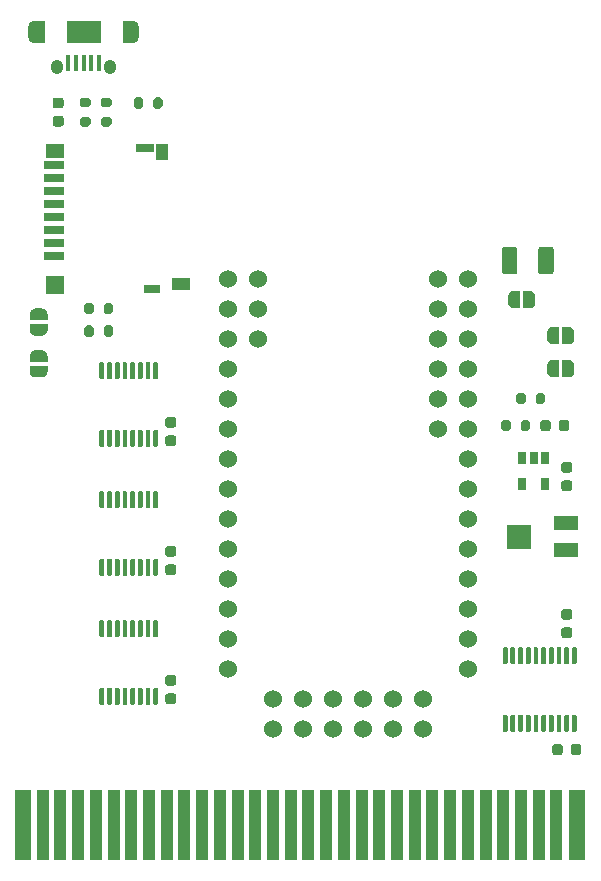
<source format=gts>
G04 #@! TF.GenerationSoftware,KiCad,Pcbnew,(5.1.10)-1*
G04 #@! TF.CreationDate,2022-09-08T14:44:36+02:00*
G04 #@! TF.ProjectId,gbCartridge,67624361-7274-4726-9964-67652e6b6963,rev?*
G04 #@! TF.SameCoordinates,Original*
G04 #@! TF.FileFunction,Soldermask,Top*
G04 #@! TF.FilePolarity,Negative*
%FSLAX46Y46*%
G04 Gerber Fmt 4.6, Leading zero omitted, Abs format (unit mm)*
G04 Created by KiCad (PCBNEW (5.1.10)-1) date 2022-09-08 14:44:36*
%MOMM*%
%LPD*%
G01*
G04 APERTURE LIST*
%ADD10C,0.100000*%
%ADD11R,0.650000X1.060000*%
%ADD12R,2.000000X1.300000*%
%ADD13R,2.000000X2.000000*%
%ADD14R,1.550000X1.000000*%
%ADD15R,1.500000X1.500000*%
%ADD16R,1.750000X0.700000*%
%ADD17R,1.400000X0.800000*%
%ADD18R,1.000000X1.450000*%
%ADD19R,1.500000X0.800000*%
%ADD20R,1.500000X1.300000*%
%ADD21C,1.524000*%
%ADD22R,0.875000X1.900000*%
%ADD23R,2.900000X1.900000*%
%ADD24R,0.400000X1.350000*%
%ADD25O,1.000000X1.900000*%
%ADD26O,1.050000X1.250000*%
%ADD27R,1.400000X6.000000*%
%ADD28R,1.000000X6.000000*%
G04 APERTURE END LIST*
G36*
G01*
X90555000Y-105100000D02*
X91055000Y-105100000D01*
G75*
G02*
X91280000Y-105325000I0J-225000D01*
G01*
X91280000Y-105775000D01*
G75*
G02*
X91055000Y-106000000I-225000J0D01*
G01*
X90555000Y-106000000D01*
G75*
G02*
X90330000Y-105775000I0J225000D01*
G01*
X90330000Y-105325000D01*
G75*
G02*
X90555000Y-105100000I225000J0D01*
G01*
G37*
G36*
G01*
X90555000Y-103550000D02*
X91055000Y-103550000D01*
G75*
G02*
X91280000Y-103775000I0J-225000D01*
G01*
X91280000Y-104225000D01*
G75*
G02*
X91055000Y-104450000I-225000J0D01*
G01*
X90555000Y-104450000D01*
G75*
G02*
X90330000Y-104225000I0J225000D01*
G01*
X90330000Y-103775000D01*
G75*
G02*
X90555000Y-103550000I225000J0D01*
G01*
G37*
G36*
G01*
X94659000Y-123592000D02*
X94659000Y-123042000D01*
G75*
G02*
X94859000Y-122842000I200000J0D01*
G01*
X95259000Y-122842000D01*
G75*
G02*
X95459000Y-123042000I0J-200000D01*
G01*
X95459000Y-123592000D01*
G75*
G02*
X95259000Y-123792000I-200000J0D01*
G01*
X94859000Y-123792000D01*
G75*
G02*
X94659000Y-123592000I0J200000D01*
G01*
G37*
G36*
G01*
X93009000Y-123592000D02*
X93009000Y-123042000D01*
G75*
G02*
X93209000Y-122842000I200000J0D01*
G01*
X93609000Y-122842000D01*
G75*
G02*
X93809000Y-123042000I0J-200000D01*
G01*
X93809000Y-123592000D01*
G75*
G02*
X93609000Y-123792000I-200000J0D01*
G01*
X93209000Y-123792000D01*
G75*
G02*
X93009000Y-123592000I0J200000D01*
G01*
G37*
G36*
G01*
X94659000Y-121687000D02*
X94659000Y-121137000D01*
G75*
G02*
X94859000Y-120937000I200000J0D01*
G01*
X95259000Y-120937000D01*
G75*
G02*
X95459000Y-121137000I0J-200000D01*
G01*
X95459000Y-121687000D01*
G75*
G02*
X95259000Y-121887000I-200000J0D01*
G01*
X94859000Y-121887000D01*
G75*
G02*
X94659000Y-121687000I0J200000D01*
G01*
G37*
G36*
G01*
X93009000Y-121687000D02*
X93009000Y-121137000D01*
G75*
G02*
X93209000Y-120937000I200000J0D01*
G01*
X93609000Y-120937000D01*
G75*
G02*
X93809000Y-121137000I0J-200000D01*
G01*
X93809000Y-121687000D01*
G75*
G02*
X93609000Y-121887000I-200000J0D01*
G01*
X93209000Y-121887000D01*
G75*
G02*
X93009000Y-121687000I0J200000D01*
G01*
G37*
D10*
G36*
X89903398Y-126746000D02*
G01*
X89903398Y-126770534D01*
X89898588Y-126819365D01*
X89889016Y-126867490D01*
X89874772Y-126914445D01*
X89855995Y-126959778D01*
X89832864Y-127003051D01*
X89805604Y-127043850D01*
X89774476Y-127081779D01*
X89739779Y-127116476D01*
X89701850Y-127147604D01*
X89661051Y-127174864D01*
X89617778Y-127197995D01*
X89572445Y-127216772D01*
X89525490Y-127231016D01*
X89477365Y-127240588D01*
X89428534Y-127245398D01*
X89404000Y-127245398D01*
X89404000Y-127246000D01*
X88904000Y-127246000D01*
X88904000Y-127245398D01*
X88879466Y-127245398D01*
X88830635Y-127240588D01*
X88782510Y-127231016D01*
X88735555Y-127216772D01*
X88690222Y-127197995D01*
X88646949Y-127174864D01*
X88606150Y-127147604D01*
X88568221Y-127116476D01*
X88533524Y-127081779D01*
X88502396Y-127043850D01*
X88475136Y-127003051D01*
X88452005Y-126959778D01*
X88433228Y-126914445D01*
X88418984Y-126867490D01*
X88409412Y-126819365D01*
X88404602Y-126770534D01*
X88404602Y-126746000D01*
X88404000Y-126746000D01*
X88404000Y-126246000D01*
X89904000Y-126246000D01*
X89904000Y-126746000D01*
X89903398Y-126746000D01*
G37*
G36*
X88404000Y-125946000D02*
G01*
X88404000Y-125446000D01*
X88404602Y-125446000D01*
X88404602Y-125421466D01*
X88409412Y-125372635D01*
X88418984Y-125324510D01*
X88433228Y-125277555D01*
X88452005Y-125232222D01*
X88475136Y-125188949D01*
X88502396Y-125148150D01*
X88533524Y-125110221D01*
X88568221Y-125075524D01*
X88606150Y-125044396D01*
X88646949Y-125017136D01*
X88690222Y-124994005D01*
X88735555Y-124975228D01*
X88782510Y-124960984D01*
X88830635Y-124951412D01*
X88879466Y-124946602D01*
X88904000Y-124946602D01*
X88904000Y-124946000D01*
X89404000Y-124946000D01*
X89404000Y-124946602D01*
X89428534Y-124946602D01*
X89477365Y-124951412D01*
X89525490Y-124960984D01*
X89572445Y-124975228D01*
X89617778Y-124994005D01*
X89661051Y-125017136D01*
X89701850Y-125044396D01*
X89739779Y-125075524D01*
X89774476Y-125110221D01*
X89805604Y-125148150D01*
X89832864Y-125188949D01*
X89855995Y-125232222D01*
X89874772Y-125277555D01*
X89889016Y-125324510D01*
X89898588Y-125372635D01*
X89903398Y-125421466D01*
X89903398Y-125446000D01*
X89904000Y-125446000D01*
X89904000Y-125946000D01*
X88404000Y-125946000D01*
G37*
G36*
X89903398Y-123205000D02*
G01*
X89903398Y-123229534D01*
X89898588Y-123278365D01*
X89889016Y-123326490D01*
X89874772Y-123373445D01*
X89855995Y-123418778D01*
X89832864Y-123462051D01*
X89805604Y-123502850D01*
X89774476Y-123540779D01*
X89739779Y-123575476D01*
X89701850Y-123606604D01*
X89661051Y-123633864D01*
X89617778Y-123656995D01*
X89572445Y-123675772D01*
X89525490Y-123690016D01*
X89477365Y-123699588D01*
X89428534Y-123704398D01*
X89404000Y-123704398D01*
X89404000Y-123705000D01*
X88904000Y-123705000D01*
X88904000Y-123704398D01*
X88879466Y-123704398D01*
X88830635Y-123699588D01*
X88782510Y-123690016D01*
X88735555Y-123675772D01*
X88690222Y-123656995D01*
X88646949Y-123633864D01*
X88606150Y-123606604D01*
X88568221Y-123575476D01*
X88533524Y-123540779D01*
X88502396Y-123502850D01*
X88475136Y-123462051D01*
X88452005Y-123418778D01*
X88433228Y-123373445D01*
X88418984Y-123326490D01*
X88409412Y-123278365D01*
X88404602Y-123229534D01*
X88404602Y-123205000D01*
X88404000Y-123205000D01*
X88404000Y-122705000D01*
X89904000Y-122705000D01*
X89904000Y-123205000D01*
X89903398Y-123205000D01*
G37*
G36*
X88404000Y-122405000D02*
G01*
X88404000Y-121905000D01*
X88404602Y-121905000D01*
X88404602Y-121880466D01*
X88409412Y-121831635D01*
X88418984Y-121783510D01*
X88433228Y-121736555D01*
X88452005Y-121691222D01*
X88475136Y-121647949D01*
X88502396Y-121607150D01*
X88533524Y-121569221D01*
X88568221Y-121534524D01*
X88606150Y-121503396D01*
X88646949Y-121476136D01*
X88690222Y-121453005D01*
X88735555Y-121434228D01*
X88782510Y-121419984D01*
X88830635Y-121410412D01*
X88879466Y-121405602D01*
X88904000Y-121405602D01*
X88904000Y-121405000D01*
X89404000Y-121405000D01*
X89404000Y-121405602D01*
X89428534Y-121405602D01*
X89477365Y-121410412D01*
X89525490Y-121419984D01*
X89572445Y-121434228D01*
X89617778Y-121453005D01*
X89661051Y-121476136D01*
X89701850Y-121503396D01*
X89739779Y-121534524D01*
X89774476Y-121569221D01*
X89805604Y-121607150D01*
X89832864Y-121647949D01*
X89855995Y-121691222D01*
X89874772Y-121736555D01*
X89889016Y-121783510D01*
X89898588Y-121831635D01*
X89903398Y-121880466D01*
X89903398Y-121905000D01*
X89904000Y-121905000D01*
X89904000Y-122405000D01*
X88404000Y-122405000D01*
G37*
G36*
G01*
X98949000Y-142587000D02*
X99149000Y-142587000D01*
G75*
G02*
X99249000Y-142687000I0J-100000D01*
G01*
X99249000Y-143962000D01*
G75*
G02*
X99149000Y-144062000I-100000J0D01*
G01*
X98949000Y-144062000D01*
G75*
G02*
X98849000Y-143962000I0J100000D01*
G01*
X98849000Y-142687000D01*
G75*
G02*
X98949000Y-142587000I100000J0D01*
G01*
G37*
G36*
G01*
X98299000Y-142587000D02*
X98499000Y-142587000D01*
G75*
G02*
X98599000Y-142687000I0J-100000D01*
G01*
X98599000Y-143962000D01*
G75*
G02*
X98499000Y-144062000I-100000J0D01*
G01*
X98299000Y-144062000D01*
G75*
G02*
X98199000Y-143962000I0J100000D01*
G01*
X98199000Y-142687000D01*
G75*
G02*
X98299000Y-142587000I100000J0D01*
G01*
G37*
G36*
G01*
X97649000Y-142587000D02*
X97849000Y-142587000D01*
G75*
G02*
X97949000Y-142687000I0J-100000D01*
G01*
X97949000Y-143962000D01*
G75*
G02*
X97849000Y-144062000I-100000J0D01*
G01*
X97649000Y-144062000D01*
G75*
G02*
X97549000Y-143962000I0J100000D01*
G01*
X97549000Y-142687000D01*
G75*
G02*
X97649000Y-142587000I100000J0D01*
G01*
G37*
G36*
G01*
X96999000Y-142587000D02*
X97199000Y-142587000D01*
G75*
G02*
X97299000Y-142687000I0J-100000D01*
G01*
X97299000Y-143962000D01*
G75*
G02*
X97199000Y-144062000I-100000J0D01*
G01*
X96999000Y-144062000D01*
G75*
G02*
X96899000Y-143962000I0J100000D01*
G01*
X96899000Y-142687000D01*
G75*
G02*
X96999000Y-142587000I100000J0D01*
G01*
G37*
G36*
G01*
X96349000Y-142587000D02*
X96549000Y-142587000D01*
G75*
G02*
X96649000Y-142687000I0J-100000D01*
G01*
X96649000Y-143962000D01*
G75*
G02*
X96549000Y-144062000I-100000J0D01*
G01*
X96349000Y-144062000D01*
G75*
G02*
X96249000Y-143962000I0J100000D01*
G01*
X96249000Y-142687000D01*
G75*
G02*
X96349000Y-142587000I100000J0D01*
G01*
G37*
G36*
G01*
X95699000Y-142587000D02*
X95899000Y-142587000D01*
G75*
G02*
X95999000Y-142687000I0J-100000D01*
G01*
X95999000Y-143962000D01*
G75*
G02*
X95899000Y-144062000I-100000J0D01*
G01*
X95699000Y-144062000D01*
G75*
G02*
X95599000Y-143962000I0J100000D01*
G01*
X95599000Y-142687000D01*
G75*
G02*
X95699000Y-142587000I100000J0D01*
G01*
G37*
G36*
G01*
X95049000Y-142587000D02*
X95249000Y-142587000D01*
G75*
G02*
X95349000Y-142687000I0J-100000D01*
G01*
X95349000Y-143962000D01*
G75*
G02*
X95249000Y-144062000I-100000J0D01*
G01*
X95049000Y-144062000D01*
G75*
G02*
X94949000Y-143962000I0J100000D01*
G01*
X94949000Y-142687000D01*
G75*
G02*
X95049000Y-142587000I100000J0D01*
G01*
G37*
G36*
G01*
X94399000Y-142587000D02*
X94599000Y-142587000D01*
G75*
G02*
X94699000Y-142687000I0J-100000D01*
G01*
X94699000Y-143962000D01*
G75*
G02*
X94599000Y-144062000I-100000J0D01*
G01*
X94399000Y-144062000D01*
G75*
G02*
X94299000Y-143962000I0J100000D01*
G01*
X94299000Y-142687000D01*
G75*
G02*
X94399000Y-142587000I100000J0D01*
G01*
G37*
G36*
G01*
X94399000Y-136862000D02*
X94599000Y-136862000D01*
G75*
G02*
X94699000Y-136962000I0J-100000D01*
G01*
X94699000Y-138237000D01*
G75*
G02*
X94599000Y-138337000I-100000J0D01*
G01*
X94399000Y-138337000D01*
G75*
G02*
X94299000Y-138237000I0J100000D01*
G01*
X94299000Y-136962000D01*
G75*
G02*
X94399000Y-136862000I100000J0D01*
G01*
G37*
G36*
G01*
X95049000Y-136862000D02*
X95249000Y-136862000D01*
G75*
G02*
X95349000Y-136962000I0J-100000D01*
G01*
X95349000Y-138237000D01*
G75*
G02*
X95249000Y-138337000I-100000J0D01*
G01*
X95049000Y-138337000D01*
G75*
G02*
X94949000Y-138237000I0J100000D01*
G01*
X94949000Y-136962000D01*
G75*
G02*
X95049000Y-136862000I100000J0D01*
G01*
G37*
G36*
G01*
X95699000Y-136862000D02*
X95899000Y-136862000D01*
G75*
G02*
X95999000Y-136962000I0J-100000D01*
G01*
X95999000Y-138237000D01*
G75*
G02*
X95899000Y-138337000I-100000J0D01*
G01*
X95699000Y-138337000D01*
G75*
G02*
X95599000Y-138237000I0J100000D01*
G01*
X95599000Y-136962000D01*
G75*
G02*
X95699000Y-136862000I100000J0D01*
G01*
G37*
G36*
G01*
X96349000Y-136862000D02*
X96549000Y-136862000D01*
G75*
G02*
X96649000Y-136962000I0J-100000D01*
G01*
X96649000Y-138237000D01*
G75*
G02*
X96549000Y-138337000I-100000J0D01*
G01*
X96349000Y-138337000D01*
G75*
G02*
X96249000Y-138237000I0J100000D01*
G01*
X96249000Y-136962000D01*
G75*
G02*
X96349000Y-136862000I100000J0D01*
G01*
G37*
G36*
G01*
X96999000Y-136862000D02*
X97199000Y-136862000D01*
G75*
G02*
X97299000Y-136962000I0J-100000D01*
G01*
X97299000Y-138237000D01*
G75*
G02*
X97199000Y-138337000I-100000J0D01*
G01*
X96999000Y-138337000D01*
G75*
G02*
X96899000Y-138237000I0J100000D01*
G01*
X96899000Y-136962000D01*
G75*
G02*
X96999000Y-136862000I100000J0D01*
G01*
G37*
G36*
G01*
X97649000Y-136862000D02*
X97849000Y-136862000D01*
G75*
G02*
X97949000Y-136962000I0J-100000D01*
G01*
X97949000Y-138237000D01*
G75*
G02*
X97849000Y-138337000I-100000J0D01*
G01*
X97649000Y-138337000D01*
G75*
G02*
X97549000Y-138237000I0J100000D01*
G01*
X97549000Y-136962000D01*
G75*
G02*
X97649000Y-136862000I100000J0D01*
G01*
G37*
G36*
G01*
X98299000Y-136862000D02*
X98499000Y-136862000D01*
G75*
G02*
X98599000Y-136962000I0J-100000D01*
G01*
X98599000Y-138237000D01*
G75*
G02*
X98499000Y-138337000I-100000J0D01*
G01*
X98299000Y-138337000D01*
G75*
G02*
X98199000Y-138237000I0J100000D01*
G01*
X98199000Y-136962000D01*
G75*
G02*
X98299000Y-136862000I100000J0D01*
G01*
G37*
G36*
G01*
X98949000Y-136862000D02*
X99149000Y-136862000D01*
G75*
G02*
X99249000Y-136962000I0J-100000D01*
G01*
X99249000Y-138237000D01*
G75*
G02*
X99149000Y-138337000I-100000J0D01*
G01*
X98949000Y-138337000D01*
G75*
G02*
X98849000Y-138237000I0J100000D01*
G01*
X98849000Y-136962000D01*
G75*
G02*
X98949000Y-136862000I100000J0D01*
G01*
G37*
G36*
X130698000Y-119900602D02*
G01*
X130722534Y-119900602D01*
X130771365Y-119905412D01*
X130819490Y-119914984D01*
X130866445Y-119929228D01*
X130911778Y-119948005D01*
X130955051Y-119971136D01*
X130995850Y-119998396D01*
X131033779Y-120029524D01*
X131068476Y-120064221D01*
X131099604Y-120102150D01*
X131126864Y-120142949D01*
X131149995Y-120186222D01*
X131168772Y-120231555D01*
X131183016Y-120278510D01*
X131192588Y-120326635D01*
X131197398Y-120375466D01*
X131197398Y-120400000D01*
X131198000Y-120400000D01*
X131198000Y-120900000D01*
X131197398Y-120900000D01*
X131197398Y-120924534D01*
X131192588Y-120973365D01*
X131183016Y-121021490D01*
X131168772Y-121068445D01*
X131149995Y-121113778D01*
X131126864Y-121157051D01*
X131099604Y-121197850D01*
X131068476Y-121235779D01*
X131033779Y-121270476D01*
X130995850Y-121301604D01*
X130955051Y-121328864D01*
X130911778Y-121351995D01*
X130866445Y-121370772D01*
X130819490Y-121385016D01*
X130771365Y-121394588D01*
X130722534Y-121399398D01*
X130698000Y-121399398D01*
X130698000Y-121400000D01*
X130198000Y-121400000D01*
X130198000Y-119900000D01*
X130698000Y-119900000D01*
X130698000Y-119900602D01*
G37*
G36*
X129898000Y-121400000D02*
G01*
X129398000Y-121400000D01*
X129398000Y-121399398D01*
X129373466Y-121399398D01*
X129324635Y-121394588D01*
X129276510Y-121385016D01*
X129229555Y-121370772D01*
X129184222Y-121351995D01*
X129140949Y-121328864D01*
X129100150Y-121301604D01*
X129062221Y-121270476D01*
X129027524Y-121235779D01*
X128996396Y-121197850D01*
X128969136Y-121157051D01*
X128946005Y-121113778D01*
X128927228Y-121068445D01*
X128912984Y-121021490D01*
X128903412Y-120973365D01*
X128898602Y-120924534D01*
X128898602Y-120900000D01*
X128898000Y-120900000D01*
X128898000Y-120400000D01*
X128898602Y-120400000D01*
X128898602Y-120375466D01*
X128903412Y-120326635D01*
X128912984Y-120278510D01*
X128927228Y-120231555D01*
X128946005Y-120186222D01*
X128969136Y-120142949D01*
X128996396Y-120102150D01*
X129027524Y-120064221D01*
X129062221Y-120029524D01*
X129100150Y-119998396D01*
X129140949Y-119971136D01*
X129184222Y-119948005D01*
X129229555Y-119929228D01*
X129276510Y-119914984D01*
X129324635Y-119905412D01*
X129373466Y-119900602D01*
X129398000Y-119900602D01*
X129398000Y-119900000D01*
X129898000Y-119900000D01*
X129898000Y-121400000D01*
G37*
D11*
X132014000Y-136228000D03*
X130114000Y-136228000D03*
X130114000Y-134028000D03*
X131064000Y-134028000D03*
X132014000Y-134028000D03*
G36*
G01*
X132633000Y-159000000D02*
X132633000Y-158500000D01*
G75*
G02*
X132858000Y-158275000I225000J0D01*
G01*
X133308000Y-158275000D01*
G75*
G02*
X133533000Y-158500000I0J-225000D01*
G01*
X133533000Y-159000000D01*
G75*
G02*
X133308000Y-159225000I-225000J0D01*
G01*
X132858000Y-159225000D01*
G75*
G02*
X132633000Y-159000000I0J225000D01*
G01*
G37*
G36*
G01*
X134183000Y-159000000D02*
X134183000Y-158500000D01*
G75*
G02*
X134408000Y-158275000I225000J0D01*
G01*
X134858000Y-158275000D01*
G75*
G02*
X135083000Y-158500000I0J-225000D01*
G01*
X135083000Y-159000000D01*
G75*
G02*
X134858000Y-159225000I-225000J0D01*
G01*
X134408000Y-159225000D01*
G75*
G02*
X134183000Y-159000000I0J225000D01*
G01*
G37*
G36*
G01*
X98949000Y-131665000D02*
X99149000Y-131665000D01*
G75*
G02*
X99249000Y-131765000I0J-100000D01*
G01*
X99249000Y-133040000D01*
G75*
G02*
X99149000Y-133140000I-100000J0D01*
G01*
X98949000Y-133140000D01*
G75*
G02*
X98849000Y-133040000I0J100000D01*
G01*
X98849000Y-131765000D01*
G75*
G02*
X98949000Y-131665000I100000J0D01*
G01*
G37*
G36*
G01*
X98299000Y-131665000D02*
X98499000Y-131665000D01*
G75*
G02*
X98599000Y-131765000I0J-100000D01*
G01*
X98599000Y-133040000D01*
G75*
G02*
X98499000Y-133140000I-100000J0D01*
G01*
X98299000Y-133140000D01*
G75*
G02*
X98199000Y-133040000I0J100000D01*
G01*
X98199000Y-131765000D01*
G75*
G02*
X98299000Y-131665000I100000J0D01*
G01*
G37*
G36*
G01*
X97649000Y-131665000D02*
X97849000Y-131665000D01*
G75*
G02*
X97949000Y-131765000I0J-100000D01*
G01*
X97949000Y-133040000D01*
G75*
G02*
X97849000Y-133140000I-100000J0D01*
G01*
X97649000Y-133140000D01*
G75*
G02*
X97549000Y-133040000I0J100000D01*
G01*
X97549000Y-131765000D01*
G75*
G02*
X97649000Y-131665000I100000J0D01*
G01*
G37*
G36*
G01*
X96999000Y-131665000D02*
X97199000Y-131665000D01*
G75*
G02*
X97299000Y-131765000I0J-100000D01*
G01*
X97299000Y-133040000D01*
G75*
G02*
X97199000Y-133140000I-100000J0D01*
G01*
X96999000Y-133140000D01*
G75*
G02*
X96899000Y-133040000I0J100000D01*
G01*
X96899000Y-131765000D01*
G75*
G02*
X96999000Y-131665000I100000J0D01*
G01*
G37*
G36*
G01*
X96349000Y-131665000D02*
X96549000Y-131665000D01*
G75*
G02*
X96649000Y-131765000I0J-100000D01*
G01*
X96649000Y-133040000D01*
G75*
G02*
X96549000Y-133140000I-100000J0D01*
G01*
X96349000Y-133140000D01*
G75*
G02*
X96249000Y-133040000I0J100000D01*
G01*
X96249000Y-131765000D01*
G75*
G02*
X96349000Y-131665000I100000J0D01*
G01*
G37*
G36*
G01*
X95699000Y-131665000D02*
X95899000Y-131665000D01*
G75*
G02*
X95999000Y-131765000I0J-100000D01*
G01*
X95999000Y-133040000D01*
G75*
G02*
X95899000Y-133140000I-100000J0D01*
G01*
X95699000Y-133140000D01*
G75*
G02*
X95599000Y-133040000I0J100000D01*
G01*
X95599000Y-131765000D01*
G75*
G02*
X95699000Y-131665000I100000J0D01*
G01*
G37*
G36*
G01*
X95049000Y-131665000D02*
X95249000Y-131665000D01*
G75*
G02*
X95349000Y-131765000I0J-100000D01*
G01*
X95349000Y-133040000D01*
G75*
G02*
X95249000Y-133140000I-100000J0D01*
G01*
X95049000Y-133140000D01*
G75*
G02*
X94949000Y-133040000I0J100000D01*
G01*
X94949000Y-131765000D01*
G75*
G02*
X95049000Y-131665000I100000J0D01*
G01*
G37*
G36*
G01*
X94399000Y-131665000D02*
X94599000Y-131665000D01*
G75*
G02*
X94699000Y-131765000I0J-100000D01*
G01*
X94699000Y-133040000D01*
G75*
G02*
X94599000Y-133140000I-100000J0D01*
G01*
X94399000Y-133140000D01*
G75*
G02*
X94299000Y-133040000I0J100000D01*
G01*
X94299000Y-131765000D01*
G75*
G02*
X94399000Y-131665000I100000J0D01*
G01*
G37*
G36*
G01*
X94399000Y-125940000D02*
X94599000Y-125940000D01*
G75*
G02*
X94699000Y-126040000I0J-100000D01*
G01*
X94699000Y-127315000D01*
G75*
G02*
X94599000Y-127415000I-100000J0D01*
G01*
X94399000Y-127415000D01*
G75*
G02*
X94299000Y-127315000I0J100000D01*
G01*
X94299000Y-126040000D01*
G75*
G02*
X94399000Y-125940000I100000J0D01*
G01*
G37*
G36*
G01*
X95049000Y-125940000D02*
X95249000Y-125940000D01*
G75*
G02*
X95349000Y-126040000I0J-100000D01*
G01*
X95349000Y-127315000D01*
G75*
G02*
X95249000Y-127415000I-100000J0D01*
G01*
X95049000Y-127415000D01*
G75*
G02*
X94949000Y-127315000I0J100000D01*
G01*
X94949000Y-126040000D01*
G75*
G02*
X95049000Y-125940000I100000J0D01*
G01*
G37*
G36*
G01*
X95699000Y-125940000D02*
X95899000Y-125940000D01*
G75*
G02*
X95999000Y-126040000I0J-100000D01*
G01*
X95999000Y-127315000D01*
G75*
G02*
X95899000Y-127415000I-100000J0D01*
G01*
X95699000Y-127415000D01*
G75*
G02*
X95599000Y-127315000I0J100000D01*
G01*
X95599000Y-126040000D01*
G75*
G02*
X95699000Y-125940000I100000J0D01*
G01*
G37*
G36*
G01*
X96349000Y-125940000D02*
X96549000Y-125940000D01*
G75*
G02*
X96649000Y-126040000I0J-100000D01*
G01*
X96649000Y-127315000D01*
G75*
G02*
X96549000Y-127415000I-100000J0D01*
G01*
X96349000Y-127415000D01*
G75*
G02*
X96249000Y-127315000I0J100000D01*
G01*
X96249000Y-126040000D01*
G75*
G02*
X96349000Y-125940000I100000J0D01*
G01*
G37*
G36*
G01*
X96999000Y-125940000D02*
X97199000Y-125940000D01*
G75*
G02*
X97299000Y-126040000I0J-100000D01*
G01*
X97299000Y-127315000D01*
G75*
G02*
X97199000Y-127415000I-100000J0D01*
G01*
X96999000Y-127415000D01*
G75*
G02*
X96899000Y-127315000I0J100000D01*
G01*
X96899000Y-126040000D01*
G75*
G02*
X96999000Y-125940000I100000J0D01*
G01*
G37*
G36*
G01*
X97649000Y-125940000D02*
X97849000Y-125940000D01*
G75*
G02*
X97949000Y-126040000I0J-100000D01*
G01*
X97949000Y-127315000D01*
G75*
G02*
X97849000Y-127415000I-100000J0D01*
G01*
X97649000Y-127415000D01*
G75*
G02*
X97549000Y-127315000I0J100000D01*
G01*
X97549000Y-126040000D01*
G75*
G02*
X97649000Y-125940000I100000J0D01*
G01*
G37*
G36*
G01*
X98299000Y-125940000D02*
X98499000Y-125940000D01*
G75*
G02*
X98599000Y-126040000I0J-100000D01*
G01*
X98599000Y-127315000D01*
G75*
G02*
X98499000Y-127415000I-100000J0D01*
G01*
X98299000Y-127415000D01*
G75*
G02*
X98199000Y-127315000I0J100000D01*
G01*
X98199000Y-126040000D01*
G75*
G02*
X98299000Y-125940000I100000J0D01*
G01*
G37*
G36*
G01*
X98949000Y-125940000D02*
X99149000Y-125940000D01*
G75*
G02*
X99249000Y-126040000I0J-100000D01*
G01*
X99249000Y-127315000D01*
G75*
G02*
X99149000Y-127415000I-100000J0D01*
G01*
X98949000Y-127415000D01*
G75*
G02*
X98849000Y-127315000I0J100000D01*
G01*
X98849000Y-126040000D01*
G75*
G02*
X98949000Y-125940000I100000J0D01*
G01*
G37*
G36*
G01*
X98949000Y-153509000D02*
X99149000Y-153509000D01*
G75*
G02*
X99249000Y-153609000I0J-100000D01*
G01*
X99249000Y-154884000D01*
G75*
G02*
X99149000Y-154984000I-100000J0D01*
G01*
X98949000Y-154984000D01*
G75*
G02*
X98849000Y-154884000I0J100000D01*
G01*
X98849000Y-153609000D01*
G75*
G02*
X98949000Y-153509000I100000J0D01*
G01*
G37*
G36*
G01*
X98299000Y-153509000D02*
X98499000Y-153509000D01*
G75*
G02*
X98599000Y-153609000I0J-100000D01*
G01*
X98599000Y-154884000D01*
G75*
G02*
X98499000Y-154984000I-100000J0D01*
G01*
X98299000Y-154984000D01*
G75*
G02*
X98199000Y-154884000I0J100000D01*
G01*
X98199000Y-153609000D01*
G75*
G02*
X98299000Y-153509000I100000J0D01*
G01*
G37*
G36*
G01*
X97649000Y-153509000D02*
X97849000Y-153509000D01*
G75*
G02*
X97949000Y-153609000I0J-100000D01*
G01*
X97949000Y-154884000D01*
G75*
G02*
X97849000Y-154984000I-100000J0D01*
G01*
X97649000Y-154984000D01*
G75*
G02*
X97549000Y-154884000I0J100000D01*
G01*
X97549000Y-153609000D01*
G75*
G02*
X97649000Y-153509000I100000J0D01*
G01*
G37*
G36*
G01*
X96999000Y-153509000D02*
X97199000Y-153509000D01*
G75*
G02*
X97299000Y-153609000I0J-100000D01*
G01*
X97299000Y-154884000D01*
G75*
G02*
X97199000Y-154984000I-100000J0D01*
G01*
X96999000Y-154984000D01*
G75*
G02*
X96899000Y-154884000I0J100000D01*
G01*
X96899000Y-153609000D01*
G75*
G02*
X96999000Y-153509000I100000J0D01*
G01*
G37*
G36*
G01*
X96349000Y-153509000D02*
X96549000Y-153509000D01*
G75*
G02*
X96649000Y-153609000I0J-100000D01*
G01*
X96649000Y-154884000D01*
G75*
G02*
X96549000Y-154984000I-100000J0D01*
G01*
X96349000Y-154984000D01*
G75*
G02*
X96249000Y-154884000I0J100000D01*
G01*
X96249000Y-153609000D01*
G75*
G02*
X96349000Y-153509000I100000J0D01*
G01*
G37*
G36*
G01*
X95699000Y-153509000D02*
X95899000Y-153509000D01*
G75*
G02*
X95999000Y-153609000I0J-100000D01*
G01*
X95999000Y-154884000D01*
G75*
G02*
X95899000Y-154984000I-100000J0D01*
G01*
X95699000Y-154984000D01*
G75*
G02*
X95599000Y-154884000I0J100000D01*
G01*
X95599000Y-153609000D01*
G75*
G02*
X95699000Y-153509000I100000J0D01*
G01*
G37*
G36*
G01*
X95049000Y-153509000D02*
X95249000Y-153509000D01*
G75*
G02*
X95349000Y-153609000I0J-100000D01*
G01*
X95349000Y-154884000D01*
G75*
G02*
X95249000Y-154984000I-100000J0D01*
G01*
X95049000Y-154984000D01*
G75*
G02*
X94949000Y-154884000I0J100000D01*
G01*
X94949000Y-153609000D01*
G75*
G02*
X95049000Y-153509000I100000J0D01*
G01*
G37*
G36*
G01*
X94399000Y-153509000D02*
X94599000Y-153509000D01*
G75*
G02*
X94699000Y-153609000I0J-100000D01*
G01*
X94699000Y-154884000D01*
G75*
G02*
X94599000Y-154984000I-100000J0D01*
G01*
X94399000Y-154984000D01*
G75*
G02*
X94299000Y-154884000I0J100000D01*
G01*
X94299000Y-153609000D01*
G75*
G02*
X94399000Y-153509000I100000J0D01*
G01*
G37*
G36*
G01*
X94399000Y-147784000D02*
X94599000Y-147784000D01*
G75*
G02*
X94699000Y-147884000I0J-100000D01*
G01*
X94699000Y-149159000D01*
G75*
G02*
X94599000Y-149259000I-100000J0D01*
G01*
X94399000Y-149259000D01*
G75*
G02*
X94299000Y-149159000I0J100000D01*
G01*
X94299000Y-147884000D01*
G75*
G02*
X94399000Y-147784000I100000J0D01*
G01*
G37*
G36*
G01*
X95049000Y-147784000D02*
X95249000Y-147784000D01*
G75*
G02*
X95349000Y-147884000I0J-100000D01*
G01*
X95349000Y-149159000D01*
G75*
G02*
X95249000Y-149259000I-100000J0D01*
G01*
X95049000Y-149259000D01*
G75*
G02*
X94949000Y-149159000I0J100000D01*
G01*
X94949000Y-147884000D01*
G75*
G02*
X95049000Y-147784000I100000J0D01*
G01*
G37*
G36*
G01*
X95699000Y-147784000D02*
X95899000Y-147784000D01*
G75*
G02*
X95999000Y-147884000I0J-100000D01*
G01*
X95999000Y-149159000D01*
G75*
G02*
X95899000Y-149259000I-100000J0D01*
G01*
X95699000Y-149259000D01*
G75*
G02*
X95599000Y-149159000I0J100000D01*
G01*
X95599000Y-147884000D01*
G75*
G02*
X95699000Y-147784000I100000J0D01*
G01*
G37*
G36*
G01*
X96349000Y-147784000D02*
X96549000Y-147784000D01*
G75*
G02*
X96649000Y-147884000I0J-100000D01*
G01*
X96649000Y-149159000D01*
G75*
G02*
X96549000Y-149259000I-100000J0D01*
G01*
X96349000Y-149259000D01*
G75*
G02*
X96249000Y-149159000I0J100000D01*
G01*
X96249000Y-147884000D01*
G75*
G02*
X96349000Y-147784000I100000J0D01*
G01*
G37*
G36*
G01*
X96999000Y-147784000D02*
X97199000Y-147784000D01*
G75*
G02*
X97299000Y-147884000I0J-100000D01*
G01*
X97299000Y-149159000D01*
G75*
G02*
X97199000Y-149259000I-100000J0D01*
G01*
X96999000Y-149259000D01*
G75*
G02*
X96899000Y-149159000I0J100000D01*
G01*
X96899000Y-147884000D01*
G75*
G02*
X96999000Y-147784000I100000J0D01*
G01*
G37*
G36*
G01*
X97649000Y-147784000D02*
X97849000Y-147784000D01*
G75*
G02*
X97949000Y-147884000I0J-100000D01*
G01*
X97949000Y-149159000D01*
G75*
G02*
X97849000Y-149259000I-100000J0D01*
G01*
X97649000Y-149259000D01*
G75*
G02*
X97549000Y-149159000I0J100000D01*
G01*
X97549000Y-147884000D01*
G75*
G02*
X97649000Y-147784000I100000J0D01*
G01*
G37*
G36*
G01*
X98299000Y-147784000D02*
X98499000Y-147784000D01*
G75*
G02*
X98599000Y-147884000I0J-100000D01*
G01*
X98599000Y-149159000D01*
G75*
G02*
X98499000Y-149259000I-100000J0D01*
G01*
X98299000Y-149259000D01*
G75*
G02*
X98199000Y-149159000I0J100000D01*
G01*
X98199000Y-147884000D01*
G75*
G02*
X98299000Y-147784000I100000J0D01*
G01*
G37*
G36*
G01*
X98949000Y-147784000D02*
X99149000Y-147784000D01*
G75*
G02*
X99249000Y-147884000I0J-100000D01*
G01*
X99249000Y-149159000D01*
G75*
G02*
X99149000Y-149259000I-100000J0D01*
G01*
X98949000Y-149259000D01*
G75*
G02*
X98849000Y-149159000I0J100000D01*
G01*
X98849000Y-147884000D01*
G75*
G02*
X98949000Y-147784000I100000J0D01*
G01*
G37*
G36*
G01*
X100580000Y-131501000D02*
X100080000Y-131501000D01*
G75*
G02*
X99855000Y-131276000I0J225000D01*
G01*
X99855000Y-130826000D01*
G75*
G02*
X100080000Y-130601000I225000J0D01*
G01*
X100580000Y-130601000D01*
G75*
G02*
X100805000Y-130826000I0J-225000D01*
G01*
X100805000Y-131276000D01*
G75*
G02*
X100580000Y-131501000I-225000J0D01*
G01*
G37*
G36*
G01*
X100580000Y-133051000D02*
X100080000Y-133051000D01*
G75*
G02*
X99855000Y-132826000I0J225000D01*
G01*
X99855000Y-132376000D01*
G75*
G02*
X100080000Y-132151000I225000J0D01*
G01*
X100580000Y-132151000D01*
G75*
G02*
X100805000Y-132376000I0J-225000D01*
G01*
X100805000Y-132826000D01*
G75*
G02*
X100580000Y-133051000I-225000J0D01*
G01*
G37*
G36*
G01*
X100580000Y-153345000D02*
X100080000Y-153345000D01*
G75*
G02*
X99855000Y-153120000I0J225000D01*
G01*
X99855000Y-152670000D01*
G75*
G02*
X100080000Y-152445000I225000J0D01*
G01*
X100580000Y-152445000D01*
G75*
G02*
X100805000Y-152670000I0J-225000D01*
G01*
X100805000Y-153120000D01*
G75*
G02*
X100580000Y-153345000I-225000J0D01*
G01*
G37*
G36*
G01*
X100580000Y-154895000D02*
X100080000Y-154895000D01*
G75*
G02*
X99855000Y-154670000I0J225000D01*
G01*
X99855000Y-154220000D01*
G75*
G02*
X100080000Y-153995000I225000J0D01*
G01*
X100580000Y-153995000D01*
G75*
G02*
X100805000Y-154220000I0J-225000D01*
G01*
X100805000Y-154670000D01*
G75*
G02*
X100580000Y-154895000I-225000J0D01*
G01*
G37*
G36*
G01*
X100580000Y-142423000D02*
X100080000Y-142423000D01*
G75*
G02*
X99855000Y-142198000I0J225000D01*
G01*
X99855000Y-141748000D01*
G75*
G02*
X100080000Y-141523000I225000J0D01*
G01*
X100580000Y-141523000D01*
G75*
G02*
X100805000Y-141748000I0J-225000D01*
G01*
X100805000Y-142198000D01*
G75*
G02*
X100580000Y-142423000I-225000J0D01*
G01*
G37*
G36*
G01*
X100580000Y-143973000D02*
X100080000Y-143973000D01*
G75*
G02*
X99855000Y-143748000I0J225000D01*
G01*
X99855000Y-143298000D01*
G75*
G02*
X100080000Y-143073000I225000J0D01*
G01*
X100580000Y-143073000D01*
G75*
G02*
X100805000Y-143298000I0J-225000D01*
G01*
X100805000Y-143748000D01*
G75*
G02*
X100580000Y-143973000I-225000J0D01*
G01*
G37*
D12*
X133826000Y-139566000D03*
D13*
X129826000Y-140716000D03*
D12*
X133826000Y-141866000D03*
D14*
X101208000Y-119367000D03*
D15*
X90533000Y-119417000D03*
D16*
X90408000Y-116967000D03*
X90408000Y-115867000D03*
X90408000Y-114767000D03*
X90408000Y-113667000D03*
X90408000Y-112567000D03*
X90408000Y-111467000D03*
X90408000Y-110367000D03*
D17*
X98783000Y-119767000D03*
D18*
X99633000Y-108142000D03*
D19*
X98133000Y-107817000D03*
D20*
X90533000Y-108067000D03*
D16*
X90408000Y-109267000D03*
G36*
G01*
X134397000Y-150070000D02*
X134597000Y-150070000D01*
G75*
G02*
X134697000Y-150170000I0J-100000D01*
G01*
X134697000Y-151445000D01*
G75*
G02*
X134597000Y-151545000I-100000J0D01*
G01*
X134397000Y-151545000D01*
G75*
G02*
X134297000Y-151445000I0J100000D01*
G01*
X134297000Y-150170000D01*
G75*
G02*
X134397000Y-150070000I100000J0D01*
G01*
G37*
G36*
G01*
X133747000Y-150070000D02*
X133947000Y-150070000D01*
G75*
G02*
X134047000Y-150170000I0J-100000D01*
G01*
X134047000Y-151445000D01*
G75*
G02*
X133947000Y-151545000I-100000J0D01*
G01*
X133747000Y-151545000D01*
G75*
G02*
X133647000Y-151445000I0J100000D01*
G01*
X133647000Y-150170000D01*
G75*
G02*
X133747000Y-150070000I100000J0D01*
G01*
G37*
G36*
G01*
X133097000Y-150070000D02*
X133297000Y-150070000D01*
G75*
G02*
X133397000Y-150170000I0J-100000D01*
G01*
X133397000Y-151445000D01*
G75*
G02*
X133297000Y-151545000I-100000J0D01*
G01*
X133097000Y-151545000D01*
G75*
G02*
X132997000Y-151445000I0J100000D01*
G01*
X132997000Y-150170000D01*
G75*
G02*
X133097000Y-150070000I100000J0D01*
G01*
G37*
G36*
G01*
X132447000Y-150070000D02*
X132647000Y-150070000D01*
G75*
G02*
X132747000Y-150170000I0J-100000D01*
G01*
X132747000Y-151445000D01*
G75*
G02*
X132647000Y-151545000I-100000J0D01*
G01*
X132447000Y-151545000D01*
G75*
G02*
X132347000Y-151445000I0J100000D01*
G01*
X132347000Y-150170000D01*
G75*
G02*
X132447000Y-150070000I100000J0D01*
G01*
G37*
G36*
G01*
X131797000Y-150070000D02*
X131997000Y-150070000D01*
G75*
G02*
X132097000Y-150170000I0J-100000D01*
G01*
X132097000Y-151445000D01*
G75*
G02*
X131997000Y-151545000I-100000J0D01*
G01*
X131797000Y-151545000D01*
G75*
G02*
X131697000Y-151445000I0J100000D01*
G01*
X131697000Y-150170000D01*
G75*
G02*
X131797000Y-150070000I100000J0D01*
G01*
G37*
G36*
G01*
X131147000Y-150070000D02*
X131347000Y-150070000D01*
G75*
G02*
X131447000Y-150170000I0J-100000D01*
G01*
X131447000Y-151445000D01*
G75*
G02*
X131347000Y-151545000I-100000J0D01*
G01*
X131147000Y-151545000D01*
G75*
G02*
X131047000Y-151445000I0J100000D01*
G01*
X131047000Y-150170000D01*
G75*
G02*
X131147000Y-150070000I100000J0D01*
G01*
G37*
G36*
G01*
X130497000Y-150070000D02*
X130697000Y-150070000D01*
G75*
G02*
X130797000Y-150170000I0J-100000D01*
G01*
X130797000Y-151445000D01*
G75*
G02*
X130697000Y-151545000I-100000J0D01*
G01*
X130497000Y-151545000D01*
G75*
G02*
X130397000Y-151445000I0J100000D01*
G01*
X130397000Y-150170000D01*
G75*
G02*
X130497000Y-150070000I100000J0D01*
G01*
G37*
G36*
G01*
X129847000Y-150070000D02*
X130047000Y-150070000D01*
G75*
G02*
X130147000Y-150170000I0J-100000D01*
G01*
X130147000Y-151445000D01*
G75*
G02*
X130047000Y-151545000I-100000J0D01*
G01*
X129847000Y-151545000D01*
G75*
G02*
X129747000Y-151445000I0J100000D01*
G01*
X129747000Y-150170000D01*
G75*
G02*
X129847000Y-150070000I100000J0D01*
G01*
G37*
G36*
G01*
X129197000Y-150070000D02*
X129397000Y-150070000D01*
G75*
G02*
X129497000Y-150170000I0J-100000D01*
G01*
X129497000Y-151445000D01*
G75*
G02*
X129397000Y-151545000I-100000J0D01*
G01*
X129197000Y-151545000D01*
G75*
G02*
X129097000Y-151445000I0J100000D01*
G01*
X129097000Y-150170000D01*
G75*
G02*
X129197000Y-150070000I100000J0D01*
G01*
G37*
G36*
G01*
X128547000Y-150070000D02*
X128747000Y-150070000D01*
G75*
G02*
X128847000Y-150170000I0J-100000D01*
G01*
X128847000Y-151445000D01*
G75*
G02*
X128747000Y-151545000I-100000J0D01*
G01*
X128547000Y-151545000D01*
G75*
G02*
X128447000Y-151445000I0J100000D01*
G01*
X128447000Y-150170000D01*
G75*
G02*
X128547000Y-150070000I100000J0D01*
G01*
G37*
G36*
G01*
X128547000Y-155795000D02*
X128747000Y-155795000D01*
G75*
G02*
X128847000Y-155895000I0J-100000D01*
G01*
X128847000Y-157170000D01*
G75*
G02*
X128747000Y-157270000I-100000J0D01*
G01*
X128547000Y-157270000D01*
G75*
G02*
X128447000Y-157170000I0J100000D01*
G01*
X128447000Y-155895000D01*
G75*
G02*
X128547000Y-155795000I100000J0D01*
G01*
G37*
G36*
G01*
X129197000Y-155795000D02*
X129397000Y-155795000D01*
G75*
G02*
X129497000Y-155895000I0J-100000D01*
G01*
X129497000Y-157170000D01*
G75*
G02*
X129397000Y-157270000I-100000J0D01*
G01*
X129197000Y-157270000D01*
G75*
G02*
X129097000Y-157170000I0J100000D01*
G01*
X129097000Y-155895000D01*
G75*
G02*
X129197000Y-155795000I100000J0D01*
G01*
G37*
G36*
G01*
X129847000Y-155795000D02*
X130047000Y-155795000D01*
G75*
G02*
X130147000Y-155895000I0J-100000D01*
G01*
X130147000Y-157170000D01*
G75*
G02*
X130047000Y-157270000I-100000J0D01*
G01*
X129847000Y-157270000D01*
G75*
G02*
X129747000Y-157170000I0J100000D01*
G01*
X129747000Y-155895000D01*
G75*
G02*
X129847000Y-155795000I100000J0D01*
G01*
G37*
G36*
G01*
X130497000Y-155795000D02*
X130697000Y-155795000D01*
G75*
G02*
X130797000Y-155895000I0J-100000D01*
G01*
X130797000Y-157170000D01*
G75*
G02*
X130697000Y-157270000I-100000J0D01*
G01*
X130497000Y-157270000D01*
G75*
G02*
X130397000Y-157170000I0J100000D01*
G01*
X130397000Y-155895000D01*
G75*
G02*
X130497000Y-155795000I100000J0D01*
G01*
G37*
G36*
G01*
X131147000Y-155795000D02*
X131347000Y-155795000D01*
G75*
G02*
X131447000Y-155895000I0J-100000D01*
G01*
X131447000Y-157170000D01*
G75*
G02*
X131347000Y-157270000I-100000J0D01*
G01*
X131147000Y-157270000D01*
G75*
G02*
X131047000Y-157170000I0J100000D01*
G01*
X131047000Y-155895000D01*
G75*
G02*
X131147000Y-155795000I100000J0D01*
G01*
G37*
G36*
G01*
X131797000Y-155795000D02*
X131997000Y-155795000D01*
G75*
G02*
X132097000Y-155895000I0J-100000D01*
G01*
X132097000Y-157170000D01*
G75*
G02*
X131997000Y-157270000I-100000J0D01*
G01*
X131797000Y-157270000D01*
G75*
G02*
X131697000Y-157170000I0J100000D01*
G01*
X131697000Y-155895000D01*
G75*
G02*
X131797000Y-155795000I100000J0D01*
G01*
G37*
G36*
G01*
X132447000Y-155795000D02*
X132647000Y-155795000D01*
G75*
G02*
X132747000Y-155895000I0J-100000D01*
G01*
X132747000Y-157170000D01*
G75*
G02*
X132647000Y-157270000I-100000J0D01*
G01*
X132447000Y-157270000D01*
G75*
G02*
X132347000Y-157170000I0J100000D01*
G01*
X132347000Y-155895000D01*
G75*
G02*
X132447000Y-155795000I100000J0D01*
G01*
G37*
G36*
G01*
X133097000Y-155795000D02*
X133297000Y-155795000D01*
G75*
G02*
X133397000Y-155895000I0J-100000D01*
G01*
X133397000Y-157170000D01*
G75*
G02*
X133297000Y-157270000I-100000J0D01*
G01*
X133097000Y-157270000D01*
G75*
G02*
X132997000Y-157170000I0J100000D01*
G01*
X132997000Y-155895000D01*
G75*
G02*
X133097000Y-155795000I100000J0D01*
G01*
G37*
G36*
G01*
X133747000Y-155795000D02*
X133947000Y-155795000D01*
G75*
G02*
X134047000Y-155895000I0J-100000D01*
G01*
X134047000Y-157170000D01*
G75*
G02*
X133947000Y-157270000I-100000J0D01*
G01*
X133747000Y-157270000D01*
G75*
G02*
X133647000Y-157170000I0J100000D01*
G01*
X133647000Y-155895000D01*
G75*
G02*
X133747000Y-155795000I100000J0D01*
G01*
G37*
G36*
G01*
X134397000Y-155795000D02*
X134597000Y-155795000D01*
G75*
G02*
X134697000Y-155895000I0J-100000D01*
G01*
X134697000Y-157170000D01*
G75*
G02*
X134597000Y-157270000I-100000J0D01*
G01*
X134397000Y-157270000D01*
G75*
G02*
X134297000Y-157170000I0J100000D01*
G01*
X134297000Y-155895000D01*
G75*
G02*
X134397000Y-155795000I100000J0D01*
G01*
G37*
G36*
G01*
X130385000Y-128757000D02*
X130385000Y-129307000D01*
G75*
G02*
X130185000Y-129507000I-200000J0D01*
G01*
X129785000Y-129507000D01*
G75*
G02*
X129585000Y-129307000I0J200000D01*
G01*
X129585000Y-128757000D01*
G75*
G02*
X129785000Y-128557000I200000J0D01*
G01*
X130185000Y-128557000D01*
G75*
G02*
X130385000Y-128757000I0J-200000D01*
G01*
G37*
G36*
G01*
X132035000Y-128757000D02*
X132035000Y-129307000D01*
G75*
G02*
X131835000Y-129507000I-200000J0D01*
G01*
X131435000Y-129507000D01*
G75*
G02*
X131235000Y-129307000I0J200000D01*
G01*
X131235000Y-128757000D01*
G75*
G02*
X131435000Y-128557000I200000J0D01*
G01*
X131835000Y-128557000D01*
G75*
G02*
X132035000Y-128757000I0J-200000D01*
G01*
G37*
G36*
G01*
X92816000Y-103550000D02*
X93366000Y-103550000D01*
G75*
G02*
X93566000Y-103750000I0J-200000D01*
G01*
X93566000Y-104150000D01*
G75*
G02*
X93366000Y-104350000I-200000J0D01*
G01*
X92816000Y-104350000D01*
G75*
G02*
X92616000Y-104150000I0J200000D01*
G01*
X92616000Y-103750000D01*
G75*
G02*
X92816000Y-103550000I200000J0D01*
G01*
G37*
G36*
G01*
X92816000Y-105200000D02*
X93366000Y-105200000D01*
G75*
G02*
X93566000Y-105400000I0J-200000D01*
G01*
X93566000Y-105800000D01*
G75*
G02*
X93366000Y-106000000I-200000J0D01*
G01*
X92816000Y-106000000D01*
G75*
G02*
X92616000Y-105800000I0J200000D01*
G01*
X92616000Y-105400000D01*
G75*
G02*
X92816000Y-105200000I200000J0D01*
G01*
G37*
G36*
G01*
X94594000Y-105200000D02*
X95144000Y-105200000D01*
G75*
G02*
X95344000Y-105400000I0J-200000D01*
G01*
X95344000Y-105800000D01*
G75*
G02*
X95144000Y-106000000I-200000J0D01*
G01*
X94594000Y-106000000D01*
G75*
G02*
X94394000Y-105800000I0J200000D01*
G01*
X94394000Y-105400000D01*
G75*
G02*
X94594000Y-105200000I200000J0D01*
G01*
G37*
G36*
G01*
X94594000Y-103550000D02*
X95144000Y-103550000D01*
G75*
G02*
X95344000Y-103750000I0J-200000D01*
G01*
X95344000Y-104150000D01*
G75*
G02*
X95144000Y-104350000I-200000J0D01*
G01*
X94594000Y-104350000D01*
G75*
G02*
X94394000Y-104150000I0J200000D01*
G01*
X94394000Y-103750000D01*
G75*
G02*
X94594000Y-103550000I200000J0D01*
G01*
G37*
D10*
G36*
X134000000Y-125742602D02*
G01*
X134024534Y-125742602D01*
X134073365Y-125747412D01*
X134121490Y-125756984D01*
X134168445Y-125771228D01*
X134213778Y-125790005D01*
X134257051Y-125813136D01*
X134297850Y-125840396D01*
X134335779Y-125871524D01*
X134370476Y-125906221D01*
X134401604Y-125944150D01*
X134428864Y-125984949D01*
X134451995Y-126028222D01*
X134470772Y-126073555D01*
X134485016Y-126120510D01*
X134494588Y-126168635D01*
X134499398Y-126217466D01*
X134499398Y-126242000D01*
X134500000Y-126242000D01*
X134500000Y-126742000D01*
X134499398Y-126742000D01*
X134499398Y-126766534D01*
X134494588Y-126815365D01*
X134485016Y-126863490D01*
X134470772Y-126910445D01*
X134451995Y-126955778D01*
X134428864Y-126999051D01*
X134401604Y-127039850D01*
X134370476Y-127077779D01*
X134335779Y-127112476D01*
X134297850Y-127143604D01*
X134257051Y-127170864D01*
X134213778Y-127193995D01*
X134168445Y-127212772D01*
X134121490Y-127227016D01*
X134073365Y-127236588D01*
X134024534Y-127241398D01*
X134000000Y-127241398D01*
X134000000Y-127242000D01*
X133500000Y-127242000D01*
X133500000Y-125742000D01*
X134000000Y-125742000D01*
X134000000Y-125742602D01*
G37*
G36*
X133200000Y-127242000D02*
G01*
X132700000Y-127242000D01*
X132700000Y-127241398D01*
X132675466Y-127241398D01*
X132626635Y-127236588D01*
X132578510Y-127227016D01*
X132531555Y-127212772D01*
X132486222Y-127193995D01*
X132442949Y-127170864D01*
X132402150Y-127143604D01*
X132364221Y-127112476D01*
X132329524Y-127077779D01*
X132298396Y-127039850D01*
X132271136Y-126999051D01*
X132248005Y-126955778D01*
X132229228Y-126910445D01*
X132214984Y-126863490D01*
X132205412Y-126815365D01*
X132200602Y-126766534D01*
X132200602Y-126742000D01*
X132200000Y-126742000D01*
X132200000Y-126242000D01*
X132200602Y-126242000D01*
X132200602Y-126217466D01*
X132205412Y-126168635D01*
X132214984Y-126120510D01*
X132229228Y-126073555D01*
X132248005Y-126028222D01*
X132271136Y-125984949D01*
X132298396Y-125944150D01*
X132329524Y-125906221D01*
X132364221Y-125871524D01*
X132402150Y-125840396D01*
X132442949Y-125813136D01*
X132486222Y-125790005D01*
X132531555Y-125771228D01*
X132578510Y-125756984D01*
X132626635Y-125747412D01*
X132675466Y-125742602D01*
X132700000Y-125742602D01*
X132700000Y-125742000D01*
X133200000Y-125742000D01*
X133200000Y-127242000D01*
G37*
G36*
X134000000Y-122948602D02*
G01*
X134024534Y-122948602D01*
X134073365Y-122953412D01*
X134121490Y-122962984D01*
X134168445Y-122977228D01*
X134213778Y-122996005D01*
X134257051Y-123019136D01*
X134297850Y-123046396D01*
X134335779Y-123077524D01*
X134370476Y-123112221D01*
X134401604Y-123150150D01*
X134428864Y-123190949D01*
X134451995Y-123234222D01*
X134470772Y-123279555D01*
X134485016Y-123326510D01*
X134494588Y-123374635D01*
X134499398Y-123423466D01*
X134499398Y-123448000D01*
X134500000Y-123448000D01*
X134500000Y-123948000D01*
X134499398Y-123948000D01*
X134499398Y-123972534D01*
X134494588Y-124021365D01*
X134485016Y-124069490D01*
X134470772Y-124116445D01*
X134451995Y-124161778D01*
X134428864Y-124205051D01*
X134401604Y-124245850D01*
X134370476Y-124283779D01*
X134335779Y-124318476D01*
X134297850Y-124349604D01*
X134257051Y-124376864D01*
X134213778Y-124399995D01*
X134168445Y-124418772D01*
X134121490Y-124433016D01*
X134073365Y-124442588D01*
X134024534Y-124447398D01*
X134000000Y-124447398D01*
X134000000Y-124448000D01*
X133500000Y-124448000D01*
X133500000Y-122948000D01*
X134000000Y-122948000D01*
X134000000Y-122948602D01*
G37*
G36*
X133200000Y-124448000D02*
G01*
X132700000Y-124448000D01*
X132700000Y-124447398D01*
X132675466Y-124447398D01*
X132626635Y-124442588D01*
X132578510Y-124433016D01*
X132531555Y-124418772D01*
X132486222Y-124399995D01*
X132442949Y-124376864D01*
X132402150Y-124349604D01*
X132364221Y-124318476D01*
X132329524Y-124283779D01*
X132298396Y-124245850D01*
X132271136Y-124205051D01*
X132248005Y-124161778D01*
X132229228Y-124116445D01*
X132214984Y-124069490D01*
X132205412Y-124021365D01*
X132200602Y-123972534D01*
X132200602Y-123948000D01*
X132200000Y-123948000D01*
X132200000Y-123448000D01*
X132200602Y-123448000D01*
X132200602Y-123423466D01*
X132205412Y-123374635D01*
X132214984Y-123326510D01*
X132229228Y-123279555D01*
X132248005Y-123234222D01*
X132271136Y-123190949D01*
X132298396Y-123150150D01*
X132329524Y-123112221D01*
X132364221Y-123077524D01*
X132402150Y-123046396D01*
X132442949Y-123019136D01*
X132486222Y-122996005D01*
X132531555Y-122977228D01*
X132578510Y-122962984D01*
X132626635Y-122953412D01*
X132675466Y-122948602D01*
X132700000Y-122948602D01*
X132700000Y-122948000D01*
X133200000Y-122948000D01*
X133200000Y-124448000D01*
G37*
G36*
G01*
X129681000Y-116422997D02*
X129681000Y-118273003D01*
G75*
G02*
X129431003Y-118523000I-249997J0D01*
G01*
X128605997Y-118523000D01*
G75*
G02*
X128356000Y-118273003I0J249997D01*
G01*
X128356000Y-116422997D01*
G75*
G02*
X128605997Y-116173000I249997J0D01*
G01*
X129431003Y-116173000D01*
G75*
G02*
X129681000Y-116422997I0J-249997D01*
G01*
G37*
G36*
G01*
X132756000Y-116422997D02*
X132756000Y-118273003D01*
G75*
G02*
X132506003Y-118523000I-249997J0D01*
G01*
X131680997Y-118523000D01*
G75*
G02*
X131431000Y-118273003I0J249997D01*
G01*
X131431000Y-116422997D01*
G75*
G02*
X131680997Y-116173000I249997J0D01*
G01*
X132506003Y-116173000D01*
G75*
G02*
X132756000Y-116422997I0J-249997D01*
G01*
G37*
D21*
X108966000Y-156972000D03*
X111506000Y-156972000D03*
X114046000Y-156972000D03*
X116586000Y-156972000D03*
X119126000Y-156972000D03*
X121666000Y-156972000D03*
X108966000Y-154432000D03*
X111506000Y-154432000D03*
X114046000Y-154432000D03*
X116586000Y-154432000D03*
X119126000Y-154432000D03*
X121666000Y-154432000D03*
X122936000Y-131572000D03*
X122936000Y-129032000D03*
X122936000Y-126492000D03*
X122936000Y-123952000D03*
X122936000Y-121412000D03*
X122936000Y-118872000D03*
X107696000Y-123952000D03*
X107696000Y-121412000D03*
X107696000Y-118872000D03*
X125476000Y-118872000D03*
X125476000Y-121412000D03*
X125476000Y-123952000D03*
X125476000Y-126492000D03*
X125476000Y-129032000D03*
X125476000Y-131572000D03*
X125476000Y-134112000D03*
X125476000Y-136652000D03*
X125476000Y-139192000D03*
X125476000Y-141732000D03*
X125476000Y-144272000D03*
X125476000Y-146812000D03*
X125476000Y-149352000D03*
X125476000Y-151892000D03*
X105156000Y-151892000D03*
X105156000Y-149352000D03*
X105156000Y-146812000D03*
X105156000Y-144272000D03*
X105156000Y-141732000D03*
X105156000Y-139192000D03*
X105156000Y-136652000D03*
X105156000Y-134112000D03*
X105156000Y-131572000D03*
X105156000Y-129032000D03*
X105156000Y-126492000D03*
X105156000Y-123952000D03*
X105156000Y-121412000D03*
X105156000Y-118872000D03*
G36*
G01*
X129115000Y-131043000D02*
X129115000Y-131593000D01*
G75*
G02*
X128915000Y-131793000I-200000J0D01*
G01*
X128515000Y-131793000D01*
G75*
G02*
X128315000Y-131593000I0J200000D01*
G01*
X128315000Y-131043000D01*
G75*
G02*
X128515000Y-130843000I200000J0D01*
G01*
X128915000Y-130843000D01*
G75*
G02*
X129115000Y-131043000I0J-200000D01*
G01*
G37*
G36*
G01*
X130765000Y-131043000D02*
X130765000Y-131593000D01*
G75*
G02*
X130565000Y-131793000I-200000J0D01*
G01*
X130165000Y-131793000D01*
G75*
G02*
X129965000Y-131593000I0J200000D01*
G01*
X129965000Y-131043000D01*
G75*
G02*
X130165000Y-130843000I200000J0D01*
G01*
X130565000Y-130843000D01*
G75*
G02*
X130765000Y-131043000I0J-200000D01*
G01*
G37*
G36*
G01*
X98850000Y-104288000D02*
X98850000Y-103738000D01*
G75*
G02*
X99050000Y-103538000I200000J0D01*
G01*
X99450000Y-103538000D01*
G75*
G02*
X99650000Y-103738000I0J-200000D01*
G01*
X99650000Y-104288000D01*
G75*
G02*
X99450000Y-104488000I-200000J0D01*
G01*
X99050000Y-104488000D01*
G75*
G02*
X98850000Y-104288000I0J200000D01*
G01*
G37*
G36*
G01*
X97200000Y-104288000D02*
X97200000Y-103738000D01*
G75*
G02*
X97400000Y-103538000I200000J0D01*
G01*
X97800000Y-103538000D01*
G75*
G02*
X98000000Y-103738000I0J-200000D01*
G01*
X98000000Y-104288000D01*
G75*
G02*
X97800000Y-104488000I-200000J0D01*
G01*
X97400000Y-104488000D01*
G75*
G02*
X97200000Y-104288000I0J200000D01*
G01*
G37*
D22*
X96701500Y-97967800D03*
X89226500Y-97967800D03*
D23*
X92964000Y-97967800D03*
D24*
X92314000Y-100642800D03*
D25*
X88789000Y-97967800D03*
X97139000Y-97967800D03*
D26*
X90739000Y-100967800D03*
D24*
X91664000Y-100642800D03*
X92964000Y-100642800D03*
X93614000Y-100642800D03*
X94264000Y-100642800D03*
D26*
X95189000Y-100967800D03*
G36*
G01*
X134108000Y-149307000D02*
X133608000Y-149307000D01*
G75*
G02*
X133383000Y-149082000I0J225000D01*
G01*
X133383000Y-148632000D01*
G75*
G02*
X133608000Y-148407000I225000J0D01*
G01*
X134108000Y-148407000D01*
G75*
G02*
X134333000Y-148632000I0J-225000D01*
G01*
X134333000Y-149082000D01*
G75*
G02*
X134108000Y-149307000I-225000J0D01*
G01*
G37*
G36*
G01*
X134108000Y-147757000D02*
X133608000Y-147757000D01*
G75*
G02*
X133383000Y-147532000I0J225000D01*
G01*
X133383000Y-147082000D01*
G75*
G02*
X133608000Y-146857000I225000J0D01*
G01*
X134108000Y-146857000D01*
G75*
G02*
X134333000Y-147082000I0J-225000D01*
G01*
X134333000Y-147532000D01*
G75*
G02*
X134108000Y-147757000I-225000J0D01*
G01*
G37*
G36*
G01*
X134108000Y-135311000D02*
X133608000Y-135311000D01*
G75*
G02*
X133383000Y-135086000I0J225000D01*
G01*
X133383000Y-134636000D01*
G75*
G02*
X133608000Y-134411000I225000J0D01*
G01*
X134108000Y-134411000D01*
G75*
G02*
X134333000Y-134636000I0J-225000D01*
G01*
X134333000Y-135086000D01*
G75*
G02*
X134108000Y-135311000I-225000J0D01*
G01*
G37*
G36*
G01*
X134108000Y-136861000D02*
X133608000Y-136861000D01*
G75*
G02*
X133383000Y-136636000I0J225000D01*
G01*
X133383000Y-136186000D01*
G75*
G02*
X133608000Y-135961000I225000J0D01*
G01*
X134108000Y-135961000D01*
G75*
G02*
X134333000Y-136186000I0J-225000D01*
G01*
X134333000Y-136636000D01*
G75*
G02*
X134108000Y-136861000I-225000J0D01*
G01*
G37*
G36*
G01*
X133167000Y-131568000D02*
X133167000Y-131068000D01*
G75*
G02*
X133392000Y-130843000I225000J0D01*
G01*
X133842000Y-130843000D01*
G75*
G02*
X134067000Y-131068000I0J-225000D01*
G01*
X134067000Y-131568000D01*
G75*
G02*
X133842000Y-131793000I-225000J0D01*
G01*
X133392000Y-131793000D01*
G75*
G02*
X133167000Y-131568000I0J225000D01*
G01*
G37*
G36*
G01*
X131617000Y-131568000D02*
X131617000Y-131068000D01*
G75*
G02*
X131842000Y-130843000I225000J0D01*
G01*
X132292000Y-130843000D01*
G75*
G02*
X132517000Y-131068000I0J-225000D01*
G01*
X132517000Y-131568000D01*
G75*
G02*
X132292000Y-131793000I-225000J0D01*
G01*
X131842000Y-131793000D01*
G75*
G02*
X131617000Y-131568000I0J225000D01*
G01*
G37*
D27*
X87790000Y-165100000D03*
D28*
X89490000Y-165100000D03*
X90990000Y-165100000D03*
X92490000Y-165100000D03*
X93990000Y-165100000D03*
X95490000Y-165100000D03*
X96990000Y-165100000D03*
X98490000Y-165100000D03*
X99990000Y-165100000D03*
X101490000Y-165100000D03*
X102990000Y-165100000D03*
X104490000Y-165100000D03*
X105990000Y-165100000D03*
X107490000Y-165100000D03*
X108990000Y-165100000D03*
X110490000Y-165100000D03*
X111990000Y-165100000D03*
X113490000Y-165100000D03*
X114990000Y-165100000D03*
X116490000Y-165100000D03*
X117990000Y-165100000D03*
X119490000Y-165100000D03*
X120990000Y-165100000D03*
X122490000Y-165100000D03*
X123990000Y-165100000D03*
X125490000Y-165100000D03*
X126990000Y-165100000D03*
X128490000Y-165100000D03*
X129990000Y-165100000D03*
X131490000Y-165100000D03*
X132990000Y-165100000D03*
D27*
X134690000Y-165100000D03*
M02*

</source>
